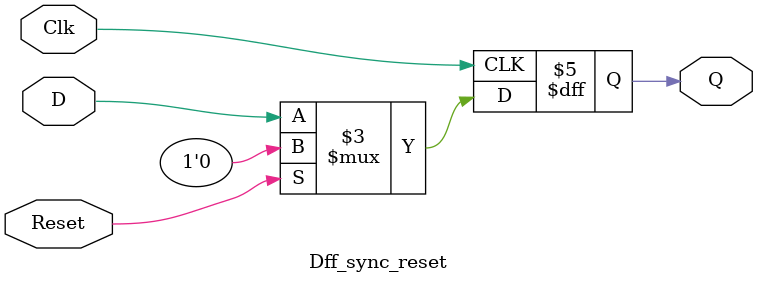
<source format=v>
module Dff_sync_reset (
    input D,
    input Clk,
    input Reset,
    output reg Q
);

    always @(posedge Clk) begin
        if (Reset)
            Q <= 1'b0;
        else
            Q <= D;
    end

endmodule
</source>
